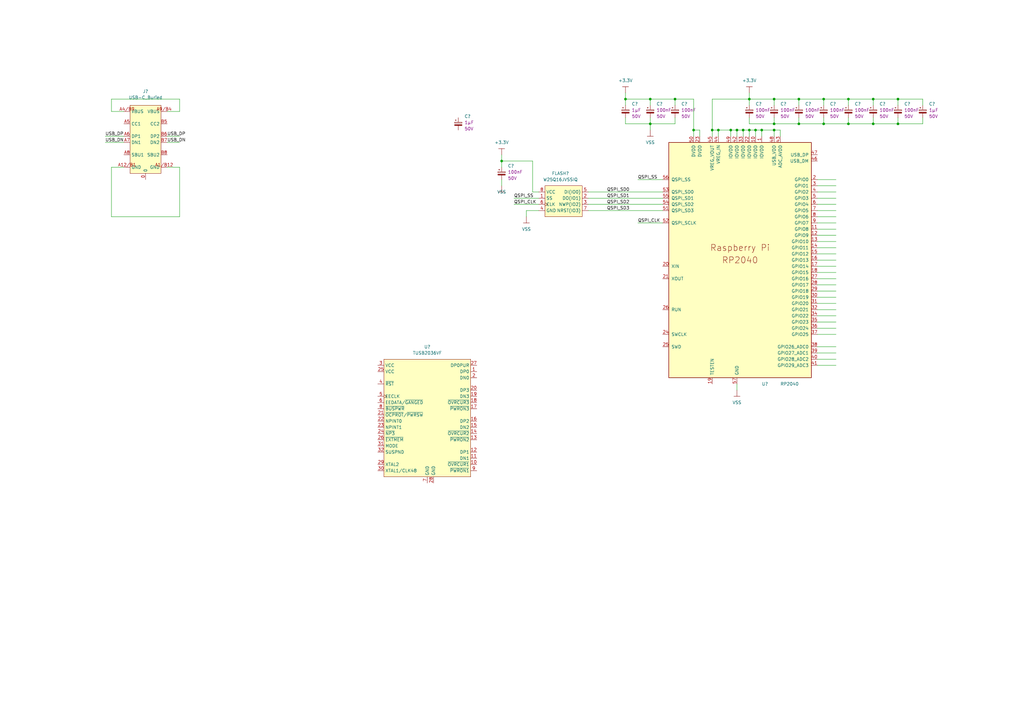
<source format=kicad_sch>
(kicad_sch (version 20211123) (generator eeschema)
  (paper "A3")
  (title_block (title "Lenovo Keyboard Retrofit") (date "2022-03-19") (rev "v0.1"))
  (lib_symbols
    (symbol "00_PowerSymboles:+3.3V" (power) (pin_numbers hide) (pin_names hide) (in_bom no) (on_board no)
      (property "Value" "+3.3V" (at 0 3.81 0))
      (symbol "+3.3V_0_1"
        (polyline (pts (xy -1.27 2.54) (xy 1.27 2.54) (xy 1.27 2.54)))
      )
      (symbol "+3.3V_1_1"
        (pin power_in line (at 0 0 90) (length 2.54) (name "+3.3V") (number "+3.3V"))
      )
    )
    (symbol "00_PowerSymboles:VSS" (power) (pin_numbers hide) (pin_names hide) (in_bom no) (on_board no)
      (property "Value" "VSS" (at 0 -3.81 0))
      (symbol "VSS_0_1"
        (polyline (pts (xy -1.27 -2.54) (xy 1.27 -2.54)))
      )
      (symbol "VSS_1_1"
        (pin power_in line (at 0 0 270) (length 2.54) (name "VSS") (number "VSS"))
      )
    )
    (symbol "01_Capacitor:CAP_0603_100nF_50V" (pin_numbers hide) (pin_names hide)
      (property "Reference" "C" (at 2.54 0 0))
      (property "Capacitance" "100nF" (at 2.54 -5.08 0))
      (property "Voltage" "50V" (at 2.54 -2.54 0))
      (symbol "CAP_0603_100nF_50V_0_1"
        (rectangle (start -1.524 -2.8448) (end 1.524 -3.2258) (fill (type outline)))
        (rectangle (start -1.524 -1.8542) (end 1.524 -2.2352))
        (polyline (pts (xy -1.27 -1.016) (xy -0.762 -1.016)))
        (polyline (pts (xy -1.016 -1.27) (xy -1.016 -0.762)))
      )
      (symbol "CAP_0603_100nF_50V_1_1"
        (pin passive line (at 0 0 270) (length 1.8542) (name "~") (number "1"))
        (pin passive line (at 0 -5.08 90) (length 1.8542) (name "~") (number "2"))
      )
    )
    (symbol "01_Capacitor:CAP_0603_1uF_50V" (pin_numbers hide) (pin_names hide)
      (property "Reference" "C" (at 2.54 0 0))
      (property "Capacitance" "1µF" (at 2.54 -5.08 0))
      (property "Voltage" "50V" (at 2.54 -2.54 0))
      (symbol "CAP_0603_1uF_50V_0_1"
        (rectangle (start -1.524 -2.8448) (end 1.524 -3.2258) (fill (type outline)))
        (rectangle (start -1.524 -1.8542) (end 1.524 -2.2352))
        (polyline (pts (xy -1.27 -1.016) (xy -0.762 -1.016)))
        (polyline (pts (xy -1.016 -1.27) (xy -1.016 -0.762)))
      )
      (symbol "CAP_0603_1uF_50V_1_1"
        (pin passive line (at 0 0 270) (length 1.8542) (name "~") (number "1"))
        (pin passive line (at 0 -5.08 90) (length 1.8542) (name "~") (number "2"))
      )
    )
    (symbol "06_ICs:RP2040" (pin_names (offset 1.016))
      (property "Reference" "U" (at 0 1.27 0))
      (property "Value" "RP2040" (at 53.34 -97.79 0))
      (symbol "RP2040_0_0"
        (text "Raspberry Pi" (at 29.21 -43.18 0) (effects (font (size 2.54 2.54))))
        (text "RP2040" (at 29.21 -48.26 0) (effects (font (size 2.54 2.54))))
      )
      (symbol "RP2040_0_1"
        (rectangle (start 58.42 0) (end 0 -96.52) (stroke (width 0.254)) (fill (type background)))
      )
      (symbol "RP2040_1_1"
        (pin power_in line (at 38.1 2.54 270) (length 2.54) (name "IOVDD") (number "1"))
        (pin power_in line (at 35.56 2.54 270) (length 2.54) (name "IOVDD") (number "10"))
        (pin bidirectional line (at 60.96 -35.56 180) (length 2.54) (name "GPIO8") (number "11"))
        (pin bidirectional line (at 60.96 -38.1 180) (length 2.54) (name "GPIO9") (number "12"))
        (pin bidirectional line (at 60.96 -40.64 180) (length 2.54) (name "GPIO10") (number "13"))
        (pin bidirectional line (at 60.96 -43.18 180) (length 2.54) (name "GPIO11") (number "14"))
        (pin bidirectional line (at 60.96 -45.72 180) (length 2.54) (name "GPIO12") (number "15"))
        (pin bidirectional line (at 60.96 -48.26 180) (length 2.54) (name "GPIO13") (number "16"))
        (pin bidirectional line (at 60.96 -50.8 180) (length 2.54) (name "GPIO14") (number "17"))
        (pin bidirectional line (at 60.96 -53.34 180) (length 2.54) (name "GPIO15") (number "18"))
        (pin passive line (at 17.78 -99.06 90) (length 2.54) (name "TESTEN") (number "19"))
        (pin bidirectional line (at 60.96 -15.24 180) (length 2.54) (name "GPIO0") (number "2"))
        (pin input line (at -2.54 -50.8 0) (length 2.54) (name "XIN") (number "20"))
        (pin passive line (at -2.54 -55.88 0) (length 2.54) (name "XOUT") (number "21"))
        (pin power_in line (at 33.02 2.54 270) (length 2.54) (name "IOVDD") (number "22"))
        (pin power_in line (at 12.7 2.54 270) (length 2.54) (name "DVDD") (number "23"))
        (pin output line (at -2.54 -78.74 0) (length 2.54) (name "SWCLK") (number "24"))
        (pin bidirectional line (at -2.54 -83.82 0) (length 2.54) (name "SWD") (number "25"))
        (pin input line (at -2.54 -68.58 0) (length 2.54) (name "RUN") (number "26"))
        (pin bidirectional line (at 60.96 -55.88 180) (length 2.54) (name "GPIO16") (number "27"))
        (pin bidirectional line (at 60.96 -58.42 180) (length 2.54) (name "GPIO17") (number "28"))
        (pin bidirectional line (at 60.96 -60.96 180) (length 2.54) (name "GPIO18") (number "29"))
        (pin bidirectional line (at 60.96 -17.78 180) (length 2.54) (name "GPIO1") (number "3"))
        (pin bidirectional line (at 60.96 -63.5 180) (length 2.54) (name "GPIO19") (number "30"))
        (pin bidirectional line (at 60.96 -66.04 180) (length 2.54) (name "GPIO20") (number "31"))
        (pin bidirectional line (at 60.96 -68.58 180) (length 2.54) (name "GPIO21") (number "32"))
        (pin power_in line (at 30.48 2.54 270) (length 2.54) (name "IOVDD") (number "33"))
        (pin bidirectional line (at 60.96 -71.12 180) (length 2.54) (name "GPIO22") (number "34"))
        (pin bidirectional line (at 60.96 -73.66 180) (length 2.54) (name "GPIO23") (number "35"))
        (pin bidirectional line (at 60.96 -76.2 180) (length 2.54) (name "GPIO24") (number "36"))
        (pin bidirectional line (at 60.96 -78.74 180) (length 2.54) (name "GPIO25") (number "37"))
        (pin bidirectional line (at 60.96 -83.82 180) (length 2.54) (name "GPIO26_ADC0") (number "38"))
        (pin bidirectional line (at 60.96 -86.36 180) (length 2.54) (name "GPIO27_ADC1") (number "39"))
        (pin bidirectional line (at 60.96 -20.32 180) (length 2.54) (name "GPIO2") (number "4"))
        (pin bidirectional line (at 60.96 -88.9 180) (length 2.54) (name "GPIO28_ADC2") (number "40"))
        (pin bidirectional line (at 60.96 -91.44 180) (length 2.54) (name "GPIO29_ADC3") (number "41"))
        (pin power_in line (at 27.94 2.54 270) (length 2.54) (name "IOVDD") (number "42"))
        (pin power_in line (at 45.72 2.54 270) (length 2.54) (name "ADC_AVDD") (number "43"))
        (pin power_in line (at 20.32 2.54 270) (length 2.54) (name "VREG_IN") (number "44"))
        (pin power_out line (at 17.78 2.54 270) (length 2.54) (name "VREG_VOUT") (number "45"))
        (pin bidirectional line (at 60.96 -7.62 180) (length 2.54) (name "USB_DM") (number "46"))
        (pin bidirectional line (at 60.96 -5.08 180) (length 2.54) (name "USB_DP") (number "47"))
        (pin power_in line (at 43.18 2.54 270) (length 2.54) (name "USB_VDD") (number "48"))
        (pin power_in line (at 25.4 2.54 270) (length 2.54) (name "IOVDD") (number "49"))
        (pin bidirectional line (at 60.96 -22.86 180) (length 2.54) (name "GPIO3") (number "5"))
        (pin power_in line (at 10.16 2.54 270) (length 2.54) (name "DVDD") (number "50"))
        (pin bidirectional line (at -2.54 -27.94 0) (length 2.54) (name "QSPI_SD3") (number "51"))
        (pin output line (at -2.54 -33.02 0) (length 2.54) (name "QSPI_SCLK") (number "52"))
        (pin bidirectional line (at -2.54 -20.32 0) (length 2.54) (name "QSPI_SD0") (number "53"))
        (pin bidirectional line (at -2.54 -25.4 0) (length 2.54) (name "QSPI_SD2") (number "54"))
        (pin bidirectional line (at -2.54 -22.86 0) (length 2.54) (name "QSPI_SD1") (number "55"))
        (pin bidirectional line (at -2.54 -15.24 0) (length 2.54) (name "QSPI_SS") (number "56"))
        (pin power_in line (at 27.94 -99.06 90) (length 2.54) (name "GND") (number "57"))
        (pin bidirectional line (at 60.96 -25.4 180) (length 2.54) (name "GPIO4") (number "6"))
        (pin bidirectional line (at 60.96 -27.94 180) (length 2.54) (name "GPIO5") (number "7"))
        (pin bidirectional line (at 60.96 -30.48 180) (length 2.54) (name "GPIO6") (number "8"))
        (pin bidirectional line (at 60.96 -33.02 180) (length 2.54) (name "GPIO7") (number "9"))
      )
    )
    (symbol "06_ICs:TUSB2036VF"
      (property "Reference" "U" (at 25.4 2.54 0))
      (property "Value" "TUSB2036VF" (at 7.62 2.54 0))
      (symbol "TUSB2036VF_0_1"
        (rectangle (start 0 0) (end 35.56 -48.26) (fill (type background)))
      )
      (symbol "TUSB2036VF_1_1"
        (pin bidirectional line (at 38.1 -5.08 180) (length 2.54) (name "DP0") (number "1"))
        (pin input line (at 38.1 -43.18 180) (length 2.54) (name "~{OVRCUR1}") (number "10"))
        (pin bidirectional line (at 38.1 -40.64 180) (length 2.54) (name "DN1") (number "11"))
        (pin bidirectional line (at 38.1 -38.1 180) (length 2.54) (name "DP1") (number "12"))
        (pin output line (at 38.1 -33.02 180) (length 2.54) (name "~{PWRON2}") (number "13"))
        (pin input line (at 38.1 -30.48 180) (length 2.54) (name "~{OVRCUR2}") (number "14"))
        (pin bidirectional line (at 38.1 -27.94 180) (length 2.54) (name "DN2") (number "15"))
        (pin bidirectional line (at 38.1 -25.4 180) (length 2.54) (name "DP2") (number "16"))
        (pin output line (at 38.1 -20.32 180) (length 2.54) (name "~{PWRON3}") (number "17"))
        (pin input line (at 38.1 -17.78 180) (length 2.54) (name "~{OVRCUR3}") (number "18"))
        (pin bidirectional line (at 38.1 -15.24 180) (length 2.54) (name "DN3") (number "19"))
        (pin bidirectional line (at 38.1 -7.62 180) (length 2.54) (name "DN0") (number "2"))
        (pin bidirectional line (at 38.1 -12.7 180) (length 2.54) (name "DP3") (number "20"))
        (pin bidirectional line (at -2.54 -22.86 0) (length 2.54) (name "~{OCPROT}/~{PWRSW}") (number "21"))
        (pin input line (at -2.54 -25.4 0) (length 2.54) (name "NPINT0") (number "22"))
        (pin input line (at -2.54 -27.94 0) (length 2.54) (name "NPINT1") (number "23"))
        (pin input line (at -2.54 -30.48 0) (length 2.54) (name "~{NP3}") (number "24"))
        (pin power_in line (at -2.54 -5.08 0) (length 2.54) (name "VCC") (number "25"))
        (pin input line (at -2.54 -33.02 0) (length 2.54) (name "~{EXTMEM}") (number "26"))
        (pin input line (at 38.1 -2.54 180) (length 2.54) (name "DP0PUR") (number "27"))
        (pin power_in line (at 20.32 -50.8 90) (length 2.54) (name "GND") (number "28"))
        (pin output line (at -2.54 -43.18 0) (length 2.54) (name "XTAL2") (number "29"))
        (pin power_in line (at -2.54 -2.54 0) (length 2.54) (name "VCC") (number "3"))
        (pin input line (at -2.54 -45.72 0) (length 2.54) (name "XTAL1/CLK48") (number "30"))
        (pin input line (at -2.54 -35.56 0) (length 2.54) (name "MODE") (number "31"))
        (pin input line (at -2.54 -38.1 0) (length 2.54) (name "SUSPND") (number "32"))
        (pin input line (at -2.54 -10.16 0) (length 2.54) (name "~{RST}") (number "4"))
        (pin output clock (at -2.54 -15.24 0) (length 2.54) (name "EECLK") (number "5"))
        (pin input line (at -2.54 -17.78 0) (length 2.54) (name "EEDATA/~{GANGED}") (number "6"))
        (pin power_in line (at 17.78 -50.8 90) (length 2.54) (name "GND") (number "7"))
        (pin input line (at -2.54 -20.32 0) (length 2.54) (name "~{BUSPWR}") (number "8"))
        (pin output line (at 38.1 -45.72 180) (length 2.54) (name "~{PWRON1}") (number "9"))
      )
    )
    (symbol "07_Connectors:USB-C_Buried"
      (property "Reference" "J" (at 0 5.08 0))
      (property "Value" "USB-C_Buried" (at 7.62 2.54 0))
      (symbol "USB-C_Buried_0_1"
        (rectangle (start 0 0) (end 12.7 -27.94) (fill (type background)))
      )
      (symbol "USB-C_Buried_1_1"
        (pin power_in line (at 6.35 -30.48 90) (length 2.54) (name "0") (number "0"))
        (pin power_out line (at 15.24 -25.4 180) (length 2.54) (name "GND") (number "A1/B12"))
        (pin power_out line (at -2.54 -25.4 0) (length 2.54) (name "GND") (number "A12/B1"))
        (pin power_out line (at -2.54 -2.54 0) (length 2.54) (name "VBUS") (number "A4/B9"))
        (pin bidirectional line (at -2.54 -7.62 0) (length 2.54) (name "CC1") (number "A5"))
        (pin bidirectional line (at -2.54 -12.7 0) (length 2.54) (name "DP1") (number "A6"))
        (pin bidirectional line (at -2.54 -15.24 0) (length 2.54) (name "DN1") (number "A7"))
        (pin bidirectional line (at -2.54 -20.32 0) (length 2.54) (name "SBU1") (number "A8"))
        (pin power_out line (at 15.24 -2.54 180) (length 2.54) (name "VBUS") (number "A9/B4"))
        (pin bidirectional line (at 15.24 -7.62 180) (length 2.54) (name "CC2") (number "B5"))
        (pin bidirectional line (at 15.24 -12.7 180) (length 2.54) (name "DP2") (number "B6"))
        (pin bidirectional line (at 15.24 -15.24 180) (length 2.54) (name "DN2") (number "B7"))
        (pin bidirectional line (at 15.24 -20.32 180) (length 2.54) (name "SBU2") (number "B8"))
      )
    )
    (symbol "09_Memory:FLASH_W25Q16JVSSIQ"
      (property "Reference" "FLASH" (at 5.08 2.54 0))
      (property "Value" "FLASH_W25Q16JVSSIQ" (at 12.7 -15.24 0))
      (symbol "FLASH_W25Q16JVSSIQ_0_1"
        (rectangle (start 0 0) (end 15.24 -12.7) (fill (type background)))
      )
      (symbol "FLASH_W25Q16JVSSIQ_1_1"
        (pin input line (at -2.54 -5.08 0) (length 2.54) (name "SS") (number "1"))
        (pin output line (at 17.78 -5.08 180) (length 2.54) (name "DO(IO1)") (number "2"))
        (pin input line (at 17.78 -7.62 180) (length 2.54) (name "NWP(IO2)") (number "3"))
        (pin power_in line (at -2.54 -10.16 0) (length 2.54) (name "GND") (number "4"))
        (pin input line (at 17.78 -2.54 180) (length 2.54) (name "DI(IO0)") (number "5"))
        (pin input clock (at -2.54 -7.62 0) (length 2.54) (name "CLK") (number "6"))
        (pin input line (at 17.78 -10.16 180) (length 2.54) (name "NRST(IO3)") (number "7"))
        (pin power_in line (at -2.54 -2.54 0) (length 2.54) (name "VCC") (number "8"))
      )
    )
  )
  (junction (at 299.72 53.34))
  (junction (at 337.82 50.8))
  (junction (at 347.98 50.8))
  (junction (at 309.88 53.34))
  (junction (at 205.74 66.04))
  (junction (at 368.3 40.64))
  (junction (at 317.5 40.64))
  (junction (at 276.86 40.64))
  (junction (at 337.82 40.64))
  (junction (at 312.42 53.34))
  (junction (at 317.5 50.8))
  (junction (at 292.1 53.34))
  (junction (at 327.66 50.8))
  (junction (at 266.7 40.64))
  (junction (at 327.66 40.64))
  (junction (at 302.26 53.34))
  (junction (at 294.64 53.34))
  (junction (at 347.98 40.64))
  (junction (at 317.5 53.34))
  (junction (at 284.48 53.34))
  (junction (at 307.34 40.64))
  (junction (at 307.34 53.34))
  (junction (at 266.7 50.8))
  (junction (at 368.3 50.8))
  (junction (at 358.14 40.64))
  (junction (at 358.14 50.8))
  (junction (at 256.54 40.64))
  (junction (at 304.8 53.34))
  (wire (pts (xy 292.1 53.34) (xy 292.1 55.88)))
  (wire (pts (xy 287.02 53.34) (xy 287.02 55.88)))
  (wire (pts (xy 205.74 66.04) (xy 205.74 68.58)))
  (wire (pts (xy 347.98 40.64) (xy 337.82 40.64)))
  (wire (pts (xy 68.58 68.58) (xy 73.66 68.58)))
  (wire (pts (xy 45.72 40.64) (xy 73.66 40.64)))
  (wire (pts (xy 335.28 137.16) (xy 342.9 137.16)))
  (wire (pts (xy 220.98 86.36) (xy 215.9 86.36)))
  (wire (pts (xy 335.28 149.86) (xy 342.9 149.86)))
  (wire (pts (xy 215.9 86.36) (xy 215.9 88.9)))
  (wire (pts (xy 335.28 124.46) (xy 342.9 124.46)))
  (wire (pts (xy 256.54 38.1) (xy 256.54 40.64)))
  (wire (pts (xy 73.66 68.58) (xy 73.66 88.9)))
  (wire (pts (xy 266.7 48.26) (xy 266.7 50.8)))
  (wire (pts (xy 302.26 53.34) (xy 299.72 53.34)))
  (wire (pts (xy 335.28 76.2) (xy 342.9 76.2)))
  (wire (pts (xy 302.26 157.48) (xy 302.26 160.02)))
  (wire (pts (xy 368.3 48.26) (xy 368.3 50.8)))
  (wire (pts (xy 335.28 99.06) (xy 342.9 99.06)))
  (wire (pts (xy 335.28 116.84) (xy 342.9 116.84)))
  (wire (pts (xy 307.34 50.8) (xy 307.34 48.26)))
  (wire (pts (xy 317.5 40.64) (xy 307.34 40.64)))
  (wire (pts (xy 241.3 83.82) (xy 271.78 83.82)))
  (wire (pts (xy 335.28 101.6) (xy 342.9 101.6)))
  (wire (pts (xy 368.3 40.64) (xy 358.14 40.64)))
  (wire (pts (xy 309.88 53.34) (xy 309.88 55.88)))
  (wire (pts (xy 335.28 104.14) (xy 342.9 104.14)))
  (wire (pts (xy 43.18 58.42) (xy 50.8 58.42)))
  (wire (pts (xy 327.66 40.64) (xy 327.66 43.18)))
  (wire (pts (xy 335.28 93.98) (xy 342.9 93.98)))
  (wire (pts (xy 335.28 73.66) (xy 342.9 73.66)))
  (wire (pts (xy 205.74 76.2) (xy 205.74 73.66)))
  (wire (pts (xy 309.88 53.34) (xy 307.34 53.34)))
  (wire (pts (xy 218.44 78.74) (xy 220.98 78.74)))
  (wire (pts (xy 276.86 48.26) (xy 276.86 50.8)))
  (wire (pts (xy 378.46 48.26) (xy 378.46 50.8)))
  (wire (pts (xy 241.3 78.74) (xy 271.78 78.74)))
  (wire (pts (xy 335.28 86.36) (xy 342.9 86.36)))
  (wire (pts (xy 307.34 40.64) (xy 307.34 43.18)))
  (wire (pts (xy 378.46 40.64) (xy 368.3 40.64)))
  (wire (pts (xy 317.5 53.34) (xy 317.5 55.88)))
  (wire (pts (xy 335.28 81.28) (xy 342.9 81.28)))
  (wire (pts (xy 302.26 53.34) (xy 302.26 55.88)))
  (wire (pts (xy 205.74 63.5) (xy 205.74 66.04)))
  (wire (pts (xy 45.72 88.9) (xy 45.72 68.58)))
  (wire (pts (xy 337.82 40.64) (xy 327.66 40.64)))
  (wire (pts (xy 378.46 50.8) (xy 368.3 50.8)))
  (wire (pts (xy 276.86 40.64) (xy 276.86 43.18)))
  (wire (pts (xy 218.44 66.04) (xy 218.44 78.74)))
  (wire (pts (xy 358.14 40.64) (xy 358.14 43.18)))
  (wire (pts (xy 347.98 48.26) (xy 347.98 50.8)))
  (wire (pts (xy 335.28 88.9) (xy 342.9 88.9)))
  (wire (pts (xy 335.28 142.24) (xy 342.9 142.24)))
  (wire (pts (xy 317.5 40.64) (xy 317.5 43.18)))
  (wire (pts (xy 335.28 83.82) (xy 342.9 83.82)))
  (wire (pts (xy 335.28 129.54) (xy 342.9 129.54)))
  (wire (pts (xy 335.28 78.74) (xy 342.9 78.74)))
  (wire (pts (xy 276.86 40.64) (xy 284.48 40.64)))
  (wire (pts (xy 304.8 53.34) (xy 304.8 55.88)))
  (wire (pts (xy 261.62 91.44) (xy 271.78 91.44)))
  (wire (pts (xy 299.72 53.34) (xy 299.72 55.88)))
  (wire (pts (xy 210.82 81.28) (xy 220.98 81.28)))
  (wire (pts (xy 378.46 43.18) (xy 378.46 40.64)))
  (wire (pts (xy 256.54 40.64) (xy 266.7 40.64)))
  (wire (pts (xy 304.8 53.34) (xy 302.26 53.34)))
  (wire (pts (xy 317.5 53.34) (xy 312.42 53.34)))
  (wire (pts (xy 205.74 66.04) (xy 218.44 66.04)))
  (wire (pts (xy 241.3 86.36) (xy 271.78 86.36)))
  (wire (pts (xy 327.66 40.64) (xy 317.5 40.64)))
  (wire (pts (xy 358.14 48.26) (xy 358.14 50.8)))
  (wire (pts (xy 335.28 127) (xy 342.9 127)))
  (wire (pts (xy 337.82 50.8) (xy 327.66 50.8)))
  (wire (pts (xy 294.64 53.34) (xy 294.64 55.88)))
  (wire (pts (xy 335.28 147.32) (xy 342.9 147.32)))
  (wire (pts (xy 307.34 38.1) (xy 307.34 40.64)))
  (wire (pts (xy 335.28 106.68) (xy 342.9 106.68)))
  (wire (pts (xy 335.28 119.38) (xy 342.9 119.38)))
  (wire (pts (xy 266.7 50.8) (xy 256.54 50.8)))
  (wire (pts (xy 210.82 83.82) (xy 220.98 83.82)))
  (wire (pts (xy 347.98 50.8) (xy 337.82 50.8)))
  (wire (pts (xy 312.42 53.34) (xy 312.42 55.88)))
  (wire (pts (xy 261.62 73.66) (xy 271.78 73.66)))
  (wire (pts (xy 284.48 53.34) (xy 284.48 55.88)))
  (wire (pts (xy 284.48 53.34) (xy 287.02 53.34)))
  (wire (pts (xy 307.34 53.34) (xy 307.34 55.88)))
  (wire (pts (xy 292.1 40.64) (xy 307.34 40.64)))
  (wire (pts (xy 73.66 88.9) (xy 45.72 88.9)))
  (wire (pts (xy 335.28 134.62) (xy 342.9 134.62)))
  (wire (pts (xy 284.48 40.64) (xy 284.48 53.34)))
  (wire (pts (xy 294.64 53.34) (xy 292.1 53.34)))
  (wire (pts (xy 45.72 45.72) (xy 45.72 40.64)))
  (wire (pts (xy 68.58 45.72) (xy 73.66 45.72)))
  (wire (pts (xy 335.28 121.92) (xy 342.9 121.92)))
  (wire (pts (xy 335.28 114.3) (xy 342.9 114.3)))
  (wire (pts (xy 256.54 43.18) (xy 256.54 40.64)))
  (wire (pts (xy 317.5 50.8) (xy 307.34 50.8)))
  (wire (pts (xy 347.98 40.64) (xy 347.98 43.18)))
  (wire (pts (xy 68.58 58.42) (xy 73.66 58.42)))
  (wire (pts (xy 335.28 111.76) (xy 342.9 111.76)))
  (wire (pts (xy 43.18 55.88) (xy 50.8 55.88)))
  (wire (pts (xy 327.66 48.26) (xy 327.66 50.8)))
  (wire (pts (xy 358.14 40.64) (xy 347.98 40.64)))
  (wire (pts (xy 327.66 50.8) (xy 317.5 50.8)))
  (wire (pts (xy 368.3 50.8) (xy 358.14 50.8)))
  (wire (pts (xy 73.66 40.64) (xy 73.66 45.72)))
  (wire (pts (xy 368.3 40.64) (xy 368.3 43.18)))
  (wire (pts (xy 335.28 91.44) (xy 342.9 91.44)))
  (wire (pts (xy 358.14 50.8) (xy 347.98 50.8)))
  (wire (pts (xy 266.7 50.8) (xy 266.7 53.34)))
  (wire (pts (xy 299.72 53.34) (xy 294.64 53.34)))
  (wire (pts (xy 320.04 53.34) (xy 317.5 53.34)))
  (wire (pts (xy 312.42 53.34) (xy 309.88 53.34)))
  (wire (pts (xy 292.1 40.64) (xy 292.1 53.34)))
  (wire (pts (xy 276.86 50.8) (xy 266.7 50.8)))
  (wire (pts (xy 317.5 48.26) (xy 317.5 50.8)))
  (wire (pts (xy 335.28 109.22) (xy 342.9 109.22)))
  (wire (pts (xy 266.7 40.64) (xy 276.86 40.64)))
  (wire (pts (xy 256.54 48.26) (xy 256.54 50.8)))
  (wire (pts (xy 320.04 55.88) (xy 320.04 53.34)))
  (wire (pts (xy 266.7 40.64) (xy 266.7 43.18)))
  (wire (pts (xy 335.28 96.52) (xy 342.9 96.52)))
  (wire (pts (xy 337.82 48.26) (xy 337.82 50.8)))
  (wire (pts (xy 335.28 132.08) (xy 342.9 132.08)))
  (wire (pts (xy 335.28 144.78) (xy 342.9 144.78)))
  (wire (pts (xy 241.3 81.28) (xy 271.78 81.28)))
  (wire (pts (xy 68.58 55.88) (xy 73.66 55.88)))
  (wire (pts (xy 50.8 45.72) (xy 45.72 45.72)))
  (wire (pts (xy 45.72 68.58) (xy 50.8 68.58)))
  (wire (pts (xy 337.82 40.64) (xy 337.82 43.18)))
  (wire (pts (xy 307.34 53.34) (xy 304.8 53.34)))
  (label "QSPI_SD0" (at 248.92 78.74 0))
  (label "USB_DP" (at 68.58 55.88 0))
  (label "QSPI_SD3" (at 248.92 86.36 0))
  (label "QSPI_CLK" (at 261.62 91.44 0))
  (label "QSPI_SS" (at 261.62 73.66 0))
  (label "USB_DN" (at 68.58 58.42 0))
  (label "QSPI_CLK" (at 210.82 83.82 0))
  (label "QSPI_SD1" (at 248.92 81.28 0))
  (label "QSPI_SS" (at 210.82 81.28 0))
  (label "QSPI_SD2" (at 248.92 83.82 0))
  (label "USB_DP" (at 43.18 55.88 0))
  (label "USB_DN" (at 43.18 58.42 0))
  (symbol (lib_id "06_ICs:TUSB2036VF") (at 157.48 147.32 0) (unit 1)
    (property "Reference" "U?" (at 175.26 142.24 0))
    (property "Value" "TUSB2036VF" (at 175.26 144.78 0))
    (property "Footprint" "03_ICs:LQFP-32_7x7mm_P0.8mm" (effects hide))
    (property "Datasheet" "https://www.ti.com/lit/ds/symlink/tusb2036.pdf?HQS=dis-dk-null-digikeymode-dsf-pf-null-wwe&ts=1647801546824" (effects hide))
    (property "Manufacturer" "Texas Instruments" (effects hide))
    (property "Supplier_1" "Digikey" (effects hide))
    (property "OrderCode_1" "296-27129-1-ND" (effects hide))
    (property "ManufPartID" "TUSB2036VFR" (effects hide))
    (property "Price_Unit" "3.3" (effects hide))
    (property "Price_1k" "2.06" (effects hide))
  )
  (symbol (lib_id "01_Capacitor:CAP_0603_1uF_50V") (at 187.96 48.26 0) (unit 1)
    (property "Reference" "C?" (at 190.5 47.7138 0) (effects (justify left)))
    (property "Value" "CAP_0603_1uF_50V" (effects hide))
    (property "Footprint" "01_Passives:CAP_0603" (effects hide))
    (property "Capacitance" "1µF" (at 190.5 50.2538 0) (effects (justify left)))
    (property "Voltage" "50V" (at 190.5 52.7938 0) (effects (justify left)))
  )
  (symbol (lib_id "01_Capacitor:CAP_0603_100nF_50V") (at 205.74 68.58 0) (unit 1)
    (property "Reference" "C?" (at 208.28 68.0338 0) (effects (justify left)))
    (property "Value" "CAP_0603_100nF_50V" (effects hide))
    (property "Footprint" "01_Passives:CAP_0603" (effects hide))
    (property "Capacitance" "100nF" (at 208.28 70.5738 0) (effects (justify left)))
    (property "Voltage" "50V" (at 208.28 73.1138 0) (effects (justify left)))
  )
  (symbol (lib_id "00_PowerSymboles:+3.3V") (at 307.34 38.1 0) (unit 1) (in_bom no) (on_board no)
    (property "Reference" "+3.3V?" (effects hide))
    (property "Value" "+3.3V" (at 307.34 33.02 0))
  )
  (symbol (lib_id "01_Capacitor:CAP_0603_100nF_50V") (at 276.86 43.18 0) (unit 1)
    (property "Reference" "C?" (at 279.4 42.6338 0) (effects (justify left)))
    (property "Value" "CAP_0603_100nF_50V" (effects hide))
    (property "Footprint" "01_Passives:CAP_0603" (effects hide))
    (property "Capacitance" "100nF" (at 279.4 45.1738 0) (effects (justify left)))
    (property "Voltage" "50V" (at 279.4 47.7138 0) (effects (justify left)))
  )
  (symbol (lib_id "09_Memory:FLASH_W25Q16JVSSIQ") (at 223.52 76.2 0) (unit 1)
    (property "Reference" "FLASH?" (at 229.87 71.12 0))
    (property "Value" "W25Q16JVSSIQ" (at 229.87 73.66 0))
    (property "Footprint" "03_ICs:SOIC-8W_5.3x5.3mm_P1.27mm" (effects hide))
    (property "Datasheet" "https://www.winbond.com/resource-files/w25q16jv%20spi%20revh%2004082019%20plus.pdf" (effects hide))
    (property "Manufacturer" "Winbond" (effects hide))
    (property "Supplier_1" "JLCPCB" (effects hide))
    (property "OrderCode_1" "C131025" (effects hide))
    (property "ManufPartID" "W25Q16JVSSIQ" (effects hide))
    (property "Price_Unit" "0.66" (effects hide))
    (property "Price_1k" "0.66" (effects hide))
  )
  (symbol (lib_id "00_PowerSymboles:VSS") (at 205.74 76.2 0) (unit 1) (in_bom no) (on_board no)
    (property "Reference" "VSS?" (effects hide))
    (property "Value" "VSS" (at 205.74 78.74 0))
  )
  (symbol (lib_id "01_Capacitor:CAP_0603_1uF_50V") (at 256.54 43.18 0) (unit 1)
    (property "Reference" "C?" (at 259.08 42.6338 0) (effects (justify left)))
    (property "Value" "CAP_0603_1uF_50V" (effects hide))
    (property "Footprint" "01_Passives:CAP_0603" (effects hide))
    (property "Capacitance" "1µF" (at 259.08 45.1738 0) (effects (justify left)))
    (property "Voltage" "50V" (at 259.08 47.7138 0) (effects (justify left)))
  )
  (symbol (lib_id "01_Capacitor:CAP_0603_100nF_50V") (at 307.34 43.18 0) (unit 1)
    (property "Reference" "C?" (at 309.88 42.6338 0) (effects (justify left)))
    (property "Value" "CAP_0603_100nF_50V" (effects hide))
    (property "Footprint" "01_Passives:CAP_0603" (effects hide))
    (property "Capacitance" "100nF" (at 309.88 45.1738 0) (effects (justify left)))
    (property "Voltage" "50V" (at 309.88 47.7138 0) (effects (justify left)))
  )
  (symbol (lib_id "01_Capacitor:CAP_0603_100nF_50V") (at 266.7 43.18 0) (unit 1)
    (property "Reference" "C?" (at 269.24 42.6338 0) (effects (justify left)))
    (property "Value" "CAP_0603_100nF_50V" (effects hide))
    (property "Footprint" "01_Passives:CAP_0603" (effects hide))
    (property "Capacitance" "100nF" (at 269.24 45.1738 0) (effects (justify left)))
    (property "Voltage" "50V" (at 269.24 47.7138 0) (effects (justify left)))
  )
  (symbol (lib_id "01_Capacitor:CAP_0603_100nF_50V") (at 347.98 43.18 0) (unit 1)
    (property "Reference" "C?" (at 350.52 42.6338 0) (effects (justify left)))
    (property "Value" "CAP_0603_100nF_50V" (effects hide))
    (property "Footprint" "01_Passives:CAP_0603" (effects hide))
    (property "Capacitance" "100nF" (at 350.52 45.1738 0) (effects (justify left)))
    (property "Voltage" "50V" (at 350.52 47.7138 0) (effects (justify left)))
  )
  (symbol (lib_id "01_Capacitor:CAP_0603_100nF_50V") (at 327.66 43.18 0) (unit 1)
    (property "Reference" "C?" (at 330.2 42.6338 0) (effects (justify left)))
    (property "Value" "CAP_0603_100nF_50V" (effects hide))
    (property "Footprint" "01_Passives:CAP_0603" (effects hide))
    (property "Capacitance" "100nF" (at 330.2 45.1738 0) (effects (justify left)))
    (property "Voltage" "50V" (at 330.2 47.7138 0) (effects (justify left)))
  )
  (symbol (lib_id "07_Connectors:USB-C_Buried") (at 53.34 43.18 0) (unit 1)
    (property "Reference" "J?" (at 59.69 37.465 0))
    (property "Value" "USB-C_Buried" (at 59.69 40.005 0))
    (property "Footprint" "02_Connectors:USB4510" (effects hide))
    (property "Datasheet" "https://gct.co/fr/connector/usb4510" (effects hide))
    (property "Manufacturer" "GCT" (effects hide))
    (property "Supplier_1" "Digikey" (effects hide))
    (property "OrderCode_1" "2073-USB4510-03-1-ACT-ND" (effects hide))
    (property "ManufPartID" "USB4510" (effects hide))
    (property "Price_unit" "0.74" (effects hide))
    (property "Price_1k" "0.466" (effects hide))
  )
  (symbol (lib_id "01_Capacitor:CAP_0603_100nF_50V") (at 337.82 43.18 0) (unit 1)
    (property "Reference" "C?" (at 340.36 42.6338 0) (effects (justify left)))
    (property "Value" "CAP_0603_100nF_50V" (effects hide))
    (property "Footprint" "01_Passives:CAP_0603" (effects hide))
    (property "Capacitance" "100nF" (at 340.36 45.1738 0) (effects (justify left)))
    (property "Voltage" "50V" (at 340.36 47.7138 0) (effects (justify left)))
  )
  (symbol (lib_id "00_PowerSymboles:+3.3V") (at 205.74 63.5 0) (unit 1) (in_bom no) (on_board no)
    (property "Reference" "+3.3V?" (effects hide))
    (property "Value" "+3.3V" (at 205.74 58.42 0))
  )
  (symbol (lib_id "01_Capacitor:CAP_0603_100nF_50V") (at 368.3 43.18 0) (unit 1)
    (property "Reference" "C?" (at 370.84 42.6338 0) (effects (justify left)))
    (property "Value" "CAP_0603_100nF_50V" (effects hide))
    (property "Footprint" "01_Passives:CAP_0603" (effects hide))
    (property "Capacitance" "100nF" (at 370.84 45.1738 0) (effects (justify left)))
    (property "Voltage" "50V" (at 370.84 47.7138 0) (effects (justify left)))
  )
  (symbol (lib_id "01_Capacitor:CAP_0603_1uF_50V") (at 378.46 43.18 0) (unit 1)
    (property "Reference" "C?" (at 381 42.6338 0) (effects (justify left)))
    (property "Value" "CAP_0603_1uF_50V" (effects hide))
    (property "Footprint" "01_Passives:CAP_0603" (effects hide))
    (property "Capacitance" "1µF" (at 381 45.1738 0) (effects (justify left)))
    (property "Voltage" "50V" (at 381 47.7138 0) (effects (justify left)))
  )
  (symbol (lib_id "00_PowerSymboles:VSS") (at 302.26 160.02 0) (unit 1) (in_bom no) (on_board no)
    (property "Reference" "VSS?" (effects hide))
    (property "Value" "VSS" (at 302.26 165.1 0))
  )
  (symbol (lib_id "00_PowerSymboles:VSS") (at 215.9 88.9 0) (unit 1) (in_bom no) (on_board no)
    (property "Reference" "VSS?" (effects hide))
    (property "Value" "VSS" (at 215.9 93.98 0))
  )
  (symbol (lib_id "00_PowerSymboles:VSS") (at 266.7 53.34 0) (unit 1) (in_bom no) (on_board no)
    (property "Reference" "VSS?" (effects hide))
    (property "Value" "VSS" (at 266.7 58.42 0))
  )
  (symbol (lib_id "01_Capacitor:CAP_0603_100nF_50V") (at 358.14 43.18 0) (unit 1)
    (property "Reference" "C?" (at 360.68 42.6338 0) (effects (justify left)))
    (property "Value" "CAP_0603_100nF_50V" (effects hide))
    (property "Footprint" "01_Passives:CAP_0603" (effects hide))
    (property "Capacitance" "100nF" (at 360.68 45.1738 0) (effects (justify left)))
    (property "Voltage" "50V" (at 360.68 47.7138 0) (effects (justify left)))
  )
  (symbol (lib_id "01_Capacitor:CAP_0603_100nF_50V") (at 317.5 43.18 0) (unit 1)
    (property "Reference" "C?" (at 320.04 42.6338 0) (effects (justify left)))
    (property "Value" "CAP_0603_100nF_50V" (effects hide))
    (property "Footprint" "01_Passives:CAP_0603" (effects hide))
    (property "Capacitance" "100nF" (at 320.04 45.1738 0) (effects (justify left)))
    (property "Voltage" "50V" (at 320.04 47.7138 0) (effects (justify left)))
  )
  (symbol (lib_id "00_PowerSymboles:+3.3V") (at 256.54 38.1 0) (unit 1) (in_bom no) (on_board no)
    (property "Reference" "+3.3V?" (effects hide))
    (property "Value" "+3.3V" (at 256.54 33.02 0))
  )
  (symbol (lib_id "06_ICs:RP2040") (at 274.32 58.42 0) (unit 1)
    (property "Reference" "U?" (at 312.42 157.48 0) (effects (justify left)))
    (property "Value" "RP2040" (at 320.04 157.48 0) (effects (justify left)))
    (property "Footprint" "03_ICs:QFN-56-1EP_7x7mm_P0.4mm_EP5.6x5.6mm" (effects hide))
    (property "Datasheet" "https://datasheets.raspberrypi.com/rp2040/rp2040-datasheet.pdf" (effects hide))
    (property "Manufacture" "RaspberryPi" (effects hide))
    (property "Supplier_1" "JLCPCB" (effects hide))
    (property "OrderCode_1" "C2040" (effects hide))
    (property "ManufPartID" "RP2040" (effects hide))
    (property "Price_Unit" "1.94" (effects hide))
    (property "Price_1k" "1.94" (effects hide))
  )
)
</source>
